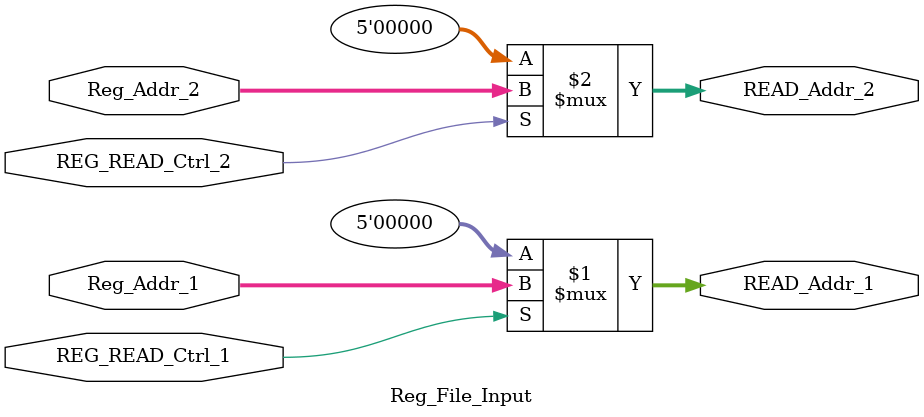
<source format=sv>
`timescale 1ns / 1ps


module Reg_File_Input(
    input logic [4:0] Reg_Addr_1,
    input logic [4:0] Reg_Addr_2,
    input logic REG_READ_Ctrl_1,
    input logic REG_READ_Ctrl_2,
    output logic [4:0] READ_Addr_1,
    output logic [4:0] READ_Addr_2
    );
    
    assign READ_Addr_1 = REG_READ_Ctrl_1 ?  Reg_Addr_1 : 5'd0; 
    
    assign READ_Addr_2 = REG_READ_Ctrl_2 ?  Reg_Addr_2 : 5'd0; 
      
endmodule

</source>
